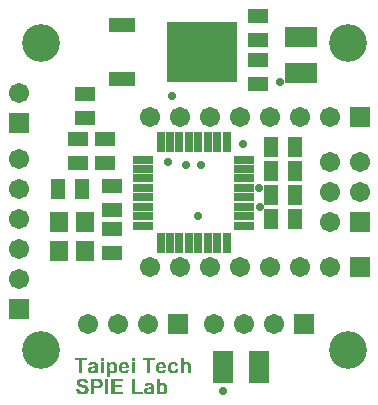
<source format=gts>
G04*
G04 #@! TF.GenerationSoftware,Altium Limited,Altium Designer,19.1.8 (144)*
G04*
G04 Layer_Color=8388736*
%FSLAX25Y25*%
%MOIN*%
G70*
G01*
G75*
%ADD26R,0.06312X0.07099*%
%ADD27R,0.06706X0.11036*%
%ADD28R,0.11036X0.06706*%
%ADD29R,0.06800X0.04800*%
%ADD30R,0.09068X0.04737*%
%ADD31R,0.23832X0.20091*%
%ADD32R,0.06706X0.03162*%
%ADD33R,0.03162X0.06706*%
%ADD34R,0.04800X0.06800*%
%ADD35C,0.06706*%
%ADD36R,0.06706X0.06706*%
%ADD37R,0.06706X0.06706*%
%ADD38C,0.02769*%
%ADD39C,0.12611*%
G36*
X49017Y14214D02*
X48037D01*
Y15121D01*
X49017D01*
Y14214D01*
D02*
G37*
G36*
X38683D02*
X37702D01*
Y15121D01*
X38683D01*
Y14214D01*
D02*
G37*
G36*
X41795Y13789D02*
X41839Y13785D01*
X41895Y13778D01*
X41961Y13767D01*
X42031Y13752D01*
X42113Y13730D01*
X42198Y13704D01*
X42283Y13670D01*
X42375Y13630D01*
X42468Y13578D01*
X42560Y13522D01*
X42653Y13452D01*
X42746Y13374D01*
X42831Y13286D01*
X42834Y13278D01*
X42849Y13263D01*
X42871Y13234D01*
X42901Y13193D01*
X42934Y13141D01*
X42975Y13078D01*
X43016Y13004D01*
X43056Y12919D01*
X43097Y12823D01*
X43138Y12720D01*
X43178Y12601D01*
X43212Y12475D01*
X43241Y12338D01*
X43264Y12194D01*
X43278Y12039D01*
X43282Y11872D01*
Y11868D01*
Y11861D01*
Y11850D01*
Y11831D01*
Y11809D01*
X43278Y11783D01*
Y11754D01*
X43275Y11721D01*
X43267Y11643D01*
X43260Y11550D01*
X43245Y11450D01*
X43227Y11343D01*
X43201Y11228D01*
X43171Y11114D01*
X43134Y10992D01*
X43090Y10873D01*
X43038Y10755D01*
X42979Y10640D01*
X42908Y10529D01*
X42827Y10429D01*
X42823Y10422D01*
X42805Y10407D01*
X42783Y10381D01*
X42746Y10348D01*
X42701Y10311D01*
X42649Y10266D01*
X42586Y10218D01*
X42520Y10174D01*
X42442Y10126D01*
X42357Y10078D01*
X42268Y10033D01*
X42168Y9996D01*
X42068Y9963D01*
X41957Y9937D01*
X41843Y9922D01*
X41724Y9915D01*
X41695D01*
X41673Y9919D01*
X41643D01*
X41613Y9922D01*
X41576Y9926D01*
X41539Y9930D01*
X41451Y9945D01*
X41354Y9967D01*
X41258Y9996D01*
X41162Y10037D01*
X41158D01*
X41151Y10044D01*
X41136Y10052D01*
X41118Y10059D01*
X41095Y10074D01*
X41069Y10092D01*
X41040Y10111D01*
X41003Y10137D01*
X40925Y10192D01*
X40884Y10226D01*
X40836Y10266D01*
X40792Y10307D01*
X40740Y10351D01*
X40692Y10403D01*
X40640Y10455D01*
Y8590D01*
X39660D01*
Y13711D01*
X40574D01*
Y13163D01*
X40577Y13167D01*
X40581Y13175D01*
X40592Y13189D01*
X40607Y13212D01*
X40625Y13234D01*
X40648Y13263D01*
X40670Y13293D01*
X40699Y13326D01*
X40770Y13397D01*
X40851Y13474D01*
X40947Y13548D01*
X41055Y13619D01*
X41058Y13622D01*
X41069Y13626D01*
X41084Y13633D01*
X41106Y13645D01*
X41136Y13659D01*
X41169Y13674D01*
X41210Y13689D01*
X41254Y13707D01*
X41302Y13722D01*
X41354Y13737D01*
X41469Y13767D01*
X41595Y13785D01*
X41661Y13792D01*
X41761D01*
X41795Y13789D01*
D02*
G37*
G36*
X62048D02*
X62108Y13785D01*
X62174Y13778D01*
X62248Y13767D01*
X62326Y13756D01*
X62411Y13741D01*
X62496Y13722D01*
X62589Y13696D01*
X62677Y13667D01*
X62766Y13633D01*
X62855Y13593D01*
X62936Y13548D01*
X63014Y13497D01*
X63018Y13493D01*
X63033Y13482D01*
X63051Y13467D01*
X63081Y13441D01*
X63114Y13411D01*
X63151Y13374D01*
X63192Y13326D01*
X63236Y13274D01*
X63284Y13219D01*
X63332Y13152D01*
X63380Y13078D01*
X63425Y12997D01*
X63473Y12912D01*
X63517Y12819D01*
X63554Y12716D01*
X63591Y12608D01*
X62626Y12435D01*
Y12438D01*
X62622Y12446D01*
X62618Y12461D01*
X62615Y12483D01*
X62607Y12505D01*
X62600Y12535D01*
X62577Y12597D01*
X62548Y12668D01*
X62507Y12742D01*
X62459Y12808D01*
X62400Y12871D01*
X62396D01*
X62392Y12879D01*
X62381Y12886D01*
X62370Y12893D01*
X62330Y12919D01*
X62278Y12945D01*
X62215Y12971D01*
X62137Y12997D01*
X62048Y13012D01*
X61952Y13019D01*
X61915D01*
X61889Y13015D01*
X61860Y13012D01*
X61823Y13004D01*
X61782Y12997D01*
X61741Y12986D01*
X61693Y12975D01*
X61645Y12956D01*
X61597Y12938D01*
X61549Y12912D01*
X61501Y12882D01*
X61453Y12849D01*
X61408Y12808D01*
X61364Y12764D01*
X61360Y12760D01*
X61353Y12753D01*
X61345Y12738D01*
X61331Y12716D01*
X61312Y12686D01*
X61294Y12653D01*
X61275Y12612D01*
X61257Y12564D01*
X61234Y12509D01*
X61216Y12446D01*
X61197Y12375D01*
X61179Y12301D01*
X61164Y12216D01*
X61157Y12124D01*
X61149Y12024D01*
X61146Y11917D01*
Y11909D01*
Y11887D01*
Y11854D01*
X61149Y11809D01*
X61153Y11754D01*
X61157Y11695D01*
X61164Y11624D01*
X61175Y11554D01*
X61201Y11399D01*
X61220Y11321D01*
X61238Y11247D01*
X61264Y11173D01*
X61294Y11103D01*
X61327Y11040D01*
X61368Y10984D01*
X61371Y10981D01*
X61379Y10973D01*
X61390Y10958D01*
X61408Y10943D01*
X61431Y10921D01*
X61456Y10899D01*
X61490Y10873D01*
X61527Y10851D01*
X61567Y10825D01*
X61612Y10799D01*
X61660Y10777D01*
X61712Y10755D01*
X61771Y10740D01*
X61830Y10725D01*
X61897Y10718D01*
X61963Y10714D01*
X61989D01*
X62011Y10718D01*
X62034D01*
X62059Y10722D01*
X62126Y10733D01*
X62196Y10755D01*
X62274Y10781D01*
X62348Y10821D01*
X62385Y10844D01*
X62418Y10873D01*
X62422Y10877D01*
X62426Y10881D01*
X62437Y10892D01*
X62448Y10903D01*
X62463Y10921D01*
X62481Y10943D01*
X62500Y10969D01*
X62518Y11003D01*
X62541Y11036D01*
X62559Y11077D01*
X62581Y11121D01*
X62603Y11173D01*
X62622Y11225D01*
X62640Y11288D01*
X62659Y11350D01*
X62674Y11421D01*
X63639Y11258D01*
Y11251D01*
X63632Y11228D01*
X63621Y11195D01*
X63610Y11147D01*
X63591Y11091D01*
X63569Y11029D01*
X63543Y10958D01*
X63510Y10884D01*
X63473Y10803D01*
X63432Y10722D01*
X63384Y10636D01*
X63332Y10551D01*
X63273Y10470D01*
X63210Y10392D01*
X63140Y10318D01*
X63062Y10252D01*
X63059Y10248D01*
X63044Y10237D01*
X63018Y10222D01*
X62985Y10200D01*
X62940Y10174D01*
X62888Y10144D01*
X62829Y10115D01*
X62759Y10085D01*
X62681Y10052D01*
X62596Y10022D01*
X62503Y9993D01*
X62400Y9967D01*
X62293Y9945D01*
X62174Y9930D01*
X62048Y9919D01*
X61919Y9915D01*
X61882D01*
X61863Y9919D01*
X61841D01*
X61786Y9922D01*
X61715Y9930D01*
X61638Y9941D01*
X61549Y9959D01*
X61453Y9978D01*
X61349Y10007D01*
X61246Y10041D01*
X61134Y10081D01*
X61027Y10130D01*
X60920Y10189D01*
X60816Y10255D01*
X60716Y10337D01*
X60620Y10425D01*
X60616Y10433D01*
X60598Y10448D01*
X60576Y10477D01*
X60546Y10522D01*
X60509Y10573D01*
X60469Y10636D01*
X60424Y10710D01*
X60380Y10796D01*
X60335Y10892D01*
X60291Y10999D01*
X60250Y11117D01*
X60213Y11243D01*
X60184Y11380D01*
X60161Y11528D01*
X60143Y11683D01*
X60139Y11850D01*
Y11854D01*
Y11861D01*
Y11872D01*
Y11891D01*
X60143Y11913D01*
Y11939D01*
Y11968D01*
X60147Y12002D01*
X60154Y12079D01*
X60165Y12168D01*
X60180Y12264D01*
X60198Y12372D01*
X60224Y12486D01*
X60258Y12601D01*
X60298Y12720D01*
X60343Y12842D01*
X60398Y12956D01*
X60465Y13071D01*
X60539Y13178D01*
X60624Y13278D01*
X60631Y13286D01*
X60646Y13300D01*
X60676Y13326D01*
X60713Y13360D01*
X60761Y13397D01*
X60820Y13441D01*
X60890Y13489D01*
X60972Y13537D01*
X61061Y13582D01*
X61157Y13630D01*
X61264Y13674D01*
X61382Y13711D01*
X61508Y13744D01*
X61641Y13770D01*
X61786Y13785D01*
X61937Y13792D01*
X62004D01*
X62048Y13789D01*
D02*
G37*
G36*
X65312Y13234D02*
X65319Y13241D01*
X65334Y13260D01*
X65360Y13286D01*
X65397Y13323D01*
X65441Y13363D01*
X65497Y13411D01*
X65560Y13460D01*
X65630Y13515D01*
X65711Y13567D01*
X65797Y13615D01*
X65893Y13663D01*
X65993Y13704D01*
X66096Y13741D01*
X66207Y13770D01*
X66326Y13785D01*
X66448Y13792D01*
X66503D01*
X66533Y13789D01*
X66570Y13785D01*
X66607Y13781D01*
X66651Y13778D01*
X66744Y13763D01*
X66847Y13741D01*
X66951Y13707D01*
X67054Y13667D01*
X67058D01*
X67066Y13659D01*
X67080Y13656D01*
X67099Y13645D01*
X67121Y13633D01*
X67147Y13615D01*
X67210Y13578D01*
X67277Y13533D01*
X67343Y13478D01*
X67410Y13415D01*
X67465Y13345D01*
Y13341D01*
X67473Y13337D01*
X67480Y13326D01*
X67487Y13311D01*
X67498Y13293D01*
X67513Y13271D01*
X67543Y13215D01*
X67572Y13152D01*
X67606Y13078D01*
X67635Y12997D01*
X67658Y12908D01*
Y12904D01*
X67661Y12897D01*
Y12882D01*
X67665Y12864D01*
X67669Y12838D01*
X67672Y12808D01*
X67680Y12771D01*
X67684Y12727D01*
X67687Y12679D01*
X67695Y12627D01*
X67698Y12564D01*
X67702Y12501D01*
X67706Y12427D01*
Y12349D01*
X67709Y12264D01*
Y12176D01*
Y10000D01*
X66729D01*
Y11957D01*
Y11965D01*
Y11983D01*
Y12013D01*
Y12050D01*
Y12098D01*
X66725Y12150D01*
Y12209D01*
X66721Y12268D01*
X66714Y12394D01*
X66710Y12457D01*
X66703Y12516D01*
X66696Y12572D01*
X66688Y12620D01*
X66681Y12664D01*
X66670Y12697D01*
X66666Y12705D01*
X66659Y12723D01*
X66644Y12753D01*
X66625Y12786D01*
X66599Y12827D01*
X66562Y12867D01*
X66522Y12908D01*
X66474Y12945D01*
X66466Y12949D01*
X66448Y12960D01*
X66418Y12975D01*
X66377Y12993D01*
X66326Y13012D01*
X66266Y13027D01*
X66196Y13038D01*
X66118Y13041D01*
X66078D01*
X66056Y13038D01*
X66030Y13034D01*
X65974Y13027D01*
X65904Y13012D01*
X65830Y12990D01*
X65756Y12960D01*
X65682Y12919D01*
X65678D01*
X65674Y12916D01*
X65652Y12897D01*
X65615Y12867D01*
X65575Y12831D01*
X65530Y12779D01*
X65482Y12720D01*
X65438Y12645D01*
X65401Y12560D01*
Y12557D01*
X65397Y12549D01*
X65393Y12535D01*
X65386Y12516D01*
X65378Y12490D01*
X65371Y12461D01*
X65364Y12423D01*
X65356Y12383D01*
X65349Y12338D01*
X65341Y12287D01*
X65334Y12227D01*
X65327Y12165D01*
X65319Y12094D01*
X65316Y12020D01*
X65312Y11942D01*
Y11857D01*
Y10000D01*
X64331D01*
Y15121D01*
X65312D01*
Y13234D01*
D02*
G37*
G36*
X55725Y14255D02*
X54208D01*
Y10000D01*
X53176D01*
Y14255D01*
X51655D01*
Y15121D01*
X55725D01*
Y14255D01*
D02*
G37*
G36*
X49017Y10000D02*
X48037D01*
Y13711D01*
X49017D01*
Y10000D01*
D02*
G37*
G36*
X38683D02*
X37702D01*
Y13711D01*
X38683D01*
Y10000D01*
D02*
G37*
G36*
X35283Y13789D02*
X35338D01*
X35401Y13785D01*
X35471Y13781D01*
X35545Y13774D01*
X35623Y13767D01*
X35704Y13756D01*
X35867Y13726D01*
X35945Y13711D01*
X36023Y13689D01*
X36093Y13663D01*
X36156Y13637D01*
X36160D01*
X36171Y13630D01*
X36185Y13622D01*
X36208Y13608D01*
X36233Y13593D01*
X36263Y13574D01*
X36333Y13530D01*
X36407Y13471D01*
X36481Y13404D01*
X36552Y13326D01*
X36581Y13286D01*
X36607Y13241D01*
Y13238D01*
X36615Y13230D01*
X36618Y13215D01*
X36629Y13193D01*
X36637Y13167D01*
X36648Y13130D01*
X36663Y13090D01*
X36674Y13041D01*
X36685Y12986D01*
X36700Y12919D01*
X36711Y12849D01*
X36718Y12768D01*
X36729Y12679D01*
X36733Y12583D01*
X36740Y12475D01*
Y12361D01*
X36726Y11217D01*
Y11214D01*
Y11195D01*
Y11169D01*
Y11136D01*
Y11095D01*
X36729Y11051D01*
Y10999D01*
X36733Y10943D01*
X36737Y10825D01*
X36744Y10707D01*
X36748Y10648D01*
X36755Y10592D01*
X36763Y10544D01*
X36770Y10496D01*
Y10492D01*
X36774Y10485D01*
Y10474D01*
X36781Y10455D01*
X36785Y10433D01*
X36792Y10407D01*
X36811Y10348D01*
X36833Y10274D01*
X36866Y10189D01*
X36903Y10096D01*
X36948Y10000D01*
X35978D01*
Y10004D01*
X35971Y10018D01*
X35963Y10041D01*
X35952Y10074D01*
X35938Y10115D01*
X35919Y10163D01*
X35901Y10222D01*
X35882Y10289D01*
Y10292D01*
X35878Y10303D01*
X35875Y10318D01*
X35867Y10337D01*
X35856Y10374D01*
X35852Y10389D01*
X35849Y10403D01*
X35845Y10400D01*
X35838Y10392D01*
X35823Y10381D01*
X35804Y10363D01*
X35782Y10344D01*
X35752Y10318D01*
X35723Y10292D01*
X35686Y10266D01*
X35608Y10207D01*
X35516Y10144D01*
X35416Y10089D01*
X35309Y10037D01*
X35305D01*
X35297Y10033D01*
X35279Y10026D01*
X35260Y10018D01*
X35231Y10007D01*
X35201Y10000D01*
X35164Y9989D01*
X35127Y9978D01*
X35083Y9963D01*
X35035Y9952D01*
X34931Y9933D01*
X34816Y9919D01*
X34698Y9915D01*
X34672D01*
X34642Y9919D01*
X34602D01*
X34554Y9926D01*
X34498Y9930D01*
X34439Y9941D01*
X34369Y9956D01*
X34298Y9970D01*
X34224Y9993D01*
X34150Y10015D01*
X34076Y10044D01*
X34002Y10081D01*
X33928Y10122D01*
X33858Y10170D01*
X33795Y10226D01*
X33792Y10229D01*
X33780Y10240D01*
X33766Y10259D01*
X33743Y10281D01*
X33718Y10311D01*
X33692Y10348D01*
X33662Y10392D01*
X33632Y10440D01*
X33599Y10496D01*
X33569Y10555D01*
X33544Y10618D01*
X33518Y10688D01*
X33496Y10762D01*
X33481Y10840D01*
X33470Y10925D01*
X33466Y11010D01*
Y11014D01*
Y11025D01*
Y11040D01*
X33470Y11062D01*
Y11091D01*
X33473Y11121D01*
X33477Y11158D01*
X33484Y11199D01*
X33503Y11284D01*
X33529Y11380D01*
X33566Y11476D01*
X33614Y11569D01*
X33618Y11573D01*
X33621Y11580D01*
X33629Y11591D01*
X33643Y11609D01*
X33677Y11654D01*
X33725Y11709D01*
X33784Y11769D01*
X33854Y11831D01*
X33939Y11894D01*
X34036Y11946D01*
X34039D01*
X34047Y11954D01*
X34065Y11961D01*
X34087Y11968D01*
X34113Y11980D01*
X34147Y11994D01*
X34187Y12009D01*
X34236Y12024D01*
X34287Y12042D01*
X34347Y12061D01*
X34409Y12079D01*
X34480Y12098D01*
X34554Y12120D01*
X34635Y12139D01*
X34724Y12157D01*
X34816Y12176D01*
X34824D01*
X34846Y12183D01*
X34883Y12187D01*
X34927Y12198D01*
X34983Y12209D01*
X35050Y12224D01*
X35120Y12239D01*
X35194Y12253D01*
X35353Y12294D01*
X35508Y12335D01*
X35582Y12353D01*
X35653Y12375D01*
X35715Y12398D01*
X35771Y12420D01*
Y12516D01*
Y12520D01*
Y12527D01*
Y12542D01*
X35767Y12560D01*
Y12586D01*
X35764Y12612D01*
X35752Y12671D01*
X35738Y12738D01*
X35712Y12805D01*
X35678Y12867D01*
X35656Y12893D01*
X35630Y12919D01*
X35623Y12923D01*
X35616Y12930D01*
X35601Y12938D01*
X35586Y12949D01*
X35564Y12956D01*
X35542Y12967D01*
X35512Y12982D01*
X35479Y12993D01*
X35438Y13004D01*
X35397Y13012D01*
X35349Y13023D01*
X35294Y13030D01*
X35234Y13038D01*
X35172Y13041D01*
X35057D01*
X35035Y13038D01*
X35009D01*
X34953Y13030D01*
X34887Y13015D01*
X34816Y12997D01*
X34750Y12971D01*
X34691Y12938D01*
X34683Y12934D01*
X34668Y12919D01*
X34639Y12890D01*
X34609Y12853D01*
X34572Y12805D01*
X34532Y12742D01*
X34495Y12664D01*
X34457Y12575D01*
X33566Y12734D01*
X33569Y12742D01*
X33573Y12756D01*
X33581Y12786D01*
X33595Y12823D01*
X33610Y12867D01*
X33632Y12919D01*
X33658Y12975D01*
X33684Y13034D01*
X33718Y13101D01*
X33758Y13163D01*
X33799Y13230D01*
X33847Y13297D01*
X33895Y13360D01*
X33954Y13422D01*
X34014Y13478D01*
X34080Y13530D01*
X34084Y13533D01*
X34099Y13541D01*
X34121Y13556D01*
X34150Y13570D01*
X34187Y13589D01*
X34236Y13611D01*
X34291Y13637D01*
X34358Y13663D01*
X34428Y13685D01*
X34509Y13711D01*
X34602Y13733D01*
X34698Y13752D01*
X34805Y13767D01*
X34920Y13781D01*
X35042Y13789D01*
X35175Y13792D01*
X35238D01*
X35283Y13789D01*
D02*
G37*
G36*
X33070Y14255D02*
X31553D01*
Y10000D01*
X30521D01*
Y14255D01*
X29000D01*
Y15121D01*
X33070D01*
Y14255D01*
D02*
G37*
G36*
X57849Y13789D02*
X57871D01*
X57930Y13785D01*
X58001Y13778D01*
X58078Y13763D01*
X58171Y13748D01*
X58267Y13726D01*
X58367Y13696D01*
X58474Y13659D01*
X58582Y13615D01*
X58693Y13563D01*
X58800Y13500D01*
X58903Y13426D01*
X59003Y13341D01*
X59096Y13245D01*
X59100Y13238D01*
X59118Y13219D01*
X59140Y13186D01*
X59170Y13141D01*
X59207Y13082D01*
X59247Y13012D01*
X59288Y12927D01*
X59333Y12831D01*
X59377Y12720D01*
X59421Y12594D01*
X59458Y12457D01*
X59495Y12305D01*
X59521Y12142D01*
X59544Y11965D01*
X59555Y11772D01*
X59558Y11569D01*
X57098D01*
Y11565D01*
Y11550D01*
X57102Y11528D01*
Y11498D01*
X57105Y11462D01*
X57113Y11417D01*
X57120Y11373D01*
X57131Y11321D01*
X57157Y11210D01*
X57175Y11154D01*
X57198Y11099D01*
X57227Y11043D01*
X57257Y10988D01*
X57290Y10936D01*
X57331Y10888D01*
X57335Y10884D01*
X57342Y10877D01*
X57353Y10866D01*
X57372Y10851D01*
X57394Y10832D01*
X57423Y10810D01*
X57453Y10792D01*
X57490Y10770D01*
X57527Y10744D01*
X57571Y10725D01*
X57668Y10684D01*
X57723Y10670D01*
X57779Y10659D01*
X57838Y10651D01*
X57901Y10648D01*
X57923D01*
X57941Y10651D01*
X57982Y10655D01*
X58038Y10662D01*
X58097Y10677D01*
X58163Y10699D01*
X58226Y10729D01*
X58289Y10770D01*
X58293D01*
X58297Y10777D01*
X58315Y10796D01*
X58345Y10825D01*
X58378Y10870D01*
X58419Y10925D01*
X58459Y10995D01*
X58496Y11077D01*
X58530Y11177D01*
X59506Y11014D01*
X59503Y11006D01*
X59499Y10992D01*
X59488Y10962D01*
X59469Y10925D01*
X59451Y10881D01*
X59425Y10829D01*
X59395Y10770D01*
X59359Y10710D01*
X59321Y10644D01*
X59277Y10577D01*
X59225Y10507D01*
X59174Y10440D01*
X59114Y10374D01*
X59051Y10307D01*
X58981Y10248D01*
X58907Y10192D01*
X58903Y10189D01*
X58889Y10181D01*
X58866Y10166D01*
X58833Y10148D01*
X58792Y10130D01*
X58748Y10104D01*
X58689Y10081D01*
X58626Y10056D01*
X58556Y10030D01*
X58482Y10004D01*
X58397Y9978D01*
X58308Y9959D01*
X58211Y9941D01*
X58108Y9926D01*
X58001Y9919D01*
X57890Y9915D01*
X57849D01*
X57823Y9919D01*
X57797D01*
X57767Y9922D01*
X57731Y9926D01*
X57649Y9933D01*
X57560Y9948D01*
X57457Y9967D01*
X57346Y9993D01*
X57231Y10026D01*
X57113Y10070D01*
X56994Y10118D01*
X56876Y10181D01*
X56761Y10252D01*
X56654Y10337D01*
X56550Y10433D01*
X56458Y10544D01*
X56454Y10551D01*
X56443Y10566D01*
X56424Y10596D01*
X56402Y10636D01*
X56373Y10684D01*
X56343Y10744D01*
X56310Y10814D01*
X56276Y10895D01*
X56239Y10984D01*
X56206Y11080D01*
X56177Y11184D01*
X56151Y11299D01*
X56125Y11417D01*
X56106Y11547D01*
X56095Y11683D01*
X56091Y11824D01*
Y11828D01*
Y11835D01*
Y11846D01*
Y11865D01*
X56095Y11887D01*
Y11913D01*
Y11942D01*
X56099Y11976D01*
X56106Y12054D01*
X56117Y12142D01*
X56132Y12242D01*
X56151Y12349D01*
X56177Y12464D01*
X56210Y12583D01*
X56247Y12701D01*
X56295Y12823D01*
X56350Y12942D01*
X56413Y13056D01*
X56487Y13163D01*
X56572Y13267D01*
X56580Y13274D01*
X56595Y13289D01*
X56621Y13315D01*
X56657Y13349D01*
X56706Y13389D01*
X56765Y13434D01*
X56831Y13482D01*
X56905Y13530D01*
X56990Y13578D01*
X57083Y13626D01*
X57183Y13670D01*
X57290Y13711D01*
X57405Y13744D01*
X57527Y13770D01*
X57657Y13785D01*
X57793Y13792D01*
X57830D01*
X57849Y13789D01*
D02*
G37*
G36*
X45528D02*
X45550D01*
X45609Y13785D01*
X45680Y13778D01*
X45757Y13763D01*
X45850Y13748D01*
X45946Y13726D01*
X46046Y13696D01*
X46153Y13659D01*
X46260Y13615D01*
X46371Y13563D01*
X46479Y13500D01*
X46582Y13426D01*
X46682Y13341D01*
X46775Y13245D01*
X46779Y13238D01*
X46797Y13219D01*
X46819Y13186D01*
X46849Y13141D01*
X46886Y13082D01*
X46927Y13012D01*
X46967Y12927D01*
X47012Y12831D01*
X47056Y12720D01*
X47100Y12594D01*
X47137Y12457D01*
X47174Y12305D01*
X47200Y12142D01*
X47223Y11965D01*
X47234Y11772D01*
X47237Y11569D01*
X44777D01*
Y11565D01*
Y11550D01*
X44780Y11528D01*
Y11498D01*
X44784Y11462D01*
X44792Y11417D01*
X44799Y11373D01*
X44810Y11321D01*
X44836Y11210D01*
X44855Y11154D01*
X44877Y11099D01*
X44906Y11043D01*
X44936Y10988D01*
X44969Y10936D01*
X45010Y10888D01*
X45014Y10884D01*
X45021Y10877D01*
X45032Y10866D01*
X45051Y10851D01*
X45073Y10832D01*
X45102Y10810D01*
X45132Y10792D01*
X45169Y10770D01*
X45206Y10744D01*
X45250Y10725D01*
X45347Y10684D01*
X45402Y10670D01*
X45458Y10659D01*
X45517Y10651D01*
X45580Y10648D01*
X45602D01*
X45620Y10651D01*
X45661Y10655D01*
X45717Y10662D01*
X45776Y10677D01*
X45842Y10699D01*
X45905Y10729D01*
X45968Y10770D01*
X45972D01*
X45976Y10777D01*
X45994Y10796D01*
X46024Y10825D01*
X46057Y10870D01*
X46098Y10925D01*
X46138Y10995D01*
X46175Y11077D01*
X46209Y11177D01*
X47186Y11014D01*
X47182Y11006D01*
X47178Y10992D01*
X47167Y10962D01*
X47148Y10925D01*
X47130Y10881D01*
X47104Y10829D01*
X47074Y10770D01*
X47038Y10710D01*
X47001Y10644D01*
X46956Y10577D01*
X46904Y10507D01*
X46852Y10440D01*
X46793Y10374D01*
X46730Y10307D01*
X46660Y10248D01*
X46586Y10192D01*
X46582Y10189D01*
X46568Y10181D01*
X46545Y10166D01*
X46512Y10148D01*
X46471Y10130D01*
X46427Y10104D01*
X46368Y10081D01*
X46305Y10056D01*
X46235Y10030D01*
X46161Y10004D01*
X46075Y9978D01*
X45987Y9959D01*
X45891Y9941D01*
X45787Y9926D01*
X45680Y9919D01*
X45569Y9915D01*
X45528D01*
X45502Y9919D01*
X45476D01*
X45447Y9922D01*
X45410Y9926D01*
X45328Y9933D01*
X45239Y9948D01*
X45136Y9967D01*
X45025Y9993D01*
X44910Y10026D01*
X44792Y10070D01*
X44673Y10118D01*
X44555Y10181D01*
X44440Y10252D01*
X44333Y10337D01*
X44229Y10433D01*
X44137Y10544D01*
X44133Y10551D01*
X44122Y10566D01*
X44103Y10596D01*
X44081Y10636D01*
X44052Y10684D01*
X44022Y10744D01*
X43989Y10814D01*
X43955Y10895D01*
X43918Y10984D01*
X43885Y11080D01*
X43856Y11184D01*
X43830Y11299D01*
X43804Y11417D01*
X43785Y11547D01*
X43774Y11683D01*
X43770Y11824D01*
Y11828D01*
Y11835D01*
Y11846D01*
Y11865D01*
X43774Y11887D01*
Y11913D01*
Y11942D01*
X43778Y11976D01*
X43785Y12054D01*
X43796Y12142D01*
X43811Y12242D01*
X43830Y12349D01*
X43856Y12464D01*
X43889Y12583D01*
X43926Y12701D01*
X43974Y12823D01*
X44029Y12942D01*
X44092Y13056D01*
X44166Y13163D01*
X44251Y13267D01*
X44259Y13274D01*
X44274Y13289D01*
X44300Y13315D01*
X44337Y13349D01*
X44385Y13389D01*
X44444Y13434D01*
X44510Y13482D01*
X44584Y13530D01*
X44669Y13578D01*
X44762Y13626D01*
X44862Y13670D01*
X44969Y13711D01*
X45084Y13744D01*
X45206Y13770D01*
X45336Y13785D01*
X45472Y13792D01*
X45509D01*
X45528Y13789D01*
D02*
G37*
G36*
X31642Y8202D02*
X31672D01*
X31709Y8198D01*
X31790Y8195D01*
X31883Y8184D01*
X31983Y8169D01*
X32094Y8154D01*
X32208Y8132D01*
X32327Y8102D01*
X32449Y8069D01*
X32571Y8028D01*
X32686Y7976D01*
X32800Y7921D01*
X32904Y7854D01*
X33000Y7780D01*
X33008Y7777D01*
X33022Y7762D01*
X33045Y7736D01*
X33078Y7703D01*
X33115Y7662D01*
X33156Y7610D01*
X33200Y7551D01*
X33248Y7481D01*
X33296Y7407D01*
X33341Y7322D01*
X33385Y7229D01*
X33422Y7129D01*
X33459Y7022D01*
X33485Y6907D01*
X33503Y6785D01*
X33514Y6656D01*
X32482Y6611D01*
Y6615D01*
X32478Y6630D01*
X32475Y6648D01*
X32467Y6674D01*
X32460Y6707D01*
X32449Y6744D01*
X32438Y6785D01*
X32423Y6830D01*
X32382Y6922D01*
X32334Y7015D01*
X32271Y7103D01*
X32238Y7144D01*
X32197Y7177D01*
X32194Y7181D01*
X32186Y7185D01*
X32175Y7192D01*
X32157Y7203D01*
X32134Y7218D01*
X32105Y7233D01*
X32072Y7248D01*
X32035Y7266D01*
X31990Y7281D01*
X31942Y7296D01*
X31887Y7310D01*
X31827Y7325D01*
X31764Y7336D01*
X31698Y7344D01*
X31620Y7351D01*
X31498D01*
X31468Y7348D01*
X31431Y7344D01*
X31387Y7340D01*
X31339Y7336D01*
X31283Y7329D01*
X31172Y7307D01*
X31054Y7273D01*
X30995Y7251D01*
X30939Y7225D01*
X30887Y7196D01*
X30836Y7163D01*
X30828Y7159D01*
X30810Y7140D01*
X30784Y7114D01*
X30754Y7077D01*
X30725Y7033D01*
X30699Y6981D01*
X30680Y6918D01*
X30677Y6885D01*
X30673Y6848D01*
Y6844D01*
Y6841D01*
X30677Y6818D01*
X30680Y6785D01*
X30691Y6741D01*
X30710Y6693D01*
X30736Y6641D01*
X30773Y6589D01*
X30825Y6537D01*
X30828D01*
X30836Y6530D01*
X30847Y6522D01*
X30869Y6508D01*
X30895Y6493D01*
X30928Y6474D01*
X30969Y6456D01*
X31017Y6434D01*
X31076Y6408D01*
X31143Y6382D01*
X31220Y6352D01*
X31309Y6323D01*
X31409Y6289D01*
X31517Y6260D01*
X31642Y6226D01*
X31776Y6193D01*
X31779D01*
X31783Y6189D01*
X31794D01*
X31809Y6186D01*
X31846Y6175D01*
X31898Y6163D01*
X31960Y6145D01*
X32035Y6126D01*
X32112Y6104D01*
X32197Y6082D01*
X32286Y6053D01*
X32379Y6027D01*
X32564Y5964D01*
X32652Y5930D01*
X32737Y5893D01*
X32819Y5860D01*
X32889Y5823D01*
X32893Y5819D01*
X32904Y5816D01*
X32923Y5805D01*
X32948Y5790D01*
X32978Y5768D01*
X33015Y5745D01*
X33052Y5720D01*
X33096Y5686D01*
X33141Y5653D01*
X33185Y5612D01*
X33233Y5571D01*
X33281Y5523D01*
X33374Y5420D01*
X33415Y5361D01*
X33455Y5301D01*
X33459Y5298D01*
X33463Y5287D01*
X33474Y5268D01*
X33489Y5242D01*
X33503Y5209D01*
X33522Y5172D01*
X33540Y5127D01*
X33559Y5076D01*
X33577Y5020D01*
X33596Y4957D01*
X33614Y4891D01*
X33629Y4820D01*
X33644Y4743D01*
X33655Y4661D01*
X33659Y4576D01*
X33663Y4487D01*
Y4484D01*
Y4469D01*
Y4443D01*
X33659Y4413D01*
X33655Y4373D01*
X33648Y4328D01*
X33640Y4276D01*
X33633Y4221D01*
X33618Y4158D01*
X33603Y4092D01*
X33581Y4025D01*
X33559Y3955D01*
X33529Y3881D01*
X33496Y3807D01*
X33459Y3736D01*
X33415Y3662D01*
X33411Y3659D01*
X33404Y3647D01*
X33389Y3625D01*
X33370Y3599D01*
X33344Y3570D01*
X33315Y3533D01*
X33278Y3492D01*
X33237Y3448D01*
X33189Y3403D01*
X33137Y3355D01*
X33082Y3307D01*
X33019Y3263D01*
X32952Y3215D01*
X32882Y3170D01*
X32804Y3130D01*
X32723Y3093D01*
X32719Y3089D01*
X32704Y3085D01*
X32678Y3074D01*
X32641Y3063D01*
X32601Y3048D01*
X32549Y3033D01*
X32486Y3018D01*
X32419Y3000D01*
X32342Y2981D01*
X32256Y2967D01*
X32164Y2952D01*
X32068Y2937D01*
X31964Y2926D01*
X31853Y2915D01*
X31735Y2911D01*
X31613Y2908D01*
X31546D01*
X31520Y2911D01*
X31487D01*
X31454Y2915D01*
X31372Y2922D01*
X31276Y2930D01*
X31172Y2944D01*
X31061Y2963D01*
X30943Y2989D01*
X30821Y3018D01*
X30695Y3052D01*
X30573Y3096D01*
X30451Y3148D01*
X30332Y3207D01*
X30222Y3277D01*
X30118Y3355D01*
X30110Y3359D01*
X30096Y3377D01*
X30070Y3403D01*
X30037Y3440D01*
X29996Y3485D01*
X29948Y3544D01*
X29900Y3610D01*
X29848Y3688D01*
X29792Y3773D01*
X29741Y3873D01*
X29689Y3980D01*
X29641Y4095D01*
X29592Y4225D01*
X29555Y4362D01*
X29522Y4510D01*
X29500Y4665D01*
X30506Y4761D01*
Y4754D01*
X30510Y4739D01*
X30518Y4713D01*
X30525Y4680D01*
X30536Y4635D01*
X30551Y4587D01*
X30566Y4535D01*
X30584Y4480D01*
X30636Y4358D01*
X30665Y4295D01*
X30699Y4232D01*
X30736Y4173D01*
X30777Y4117D01*
X30825Y4066D01*
X30873Y4017D01*
X30876Y4014D01*
X30887Y4006D01*
X30902Y3995D01*
X30924Y3980D01*
X30950Y3962D01*
X30987Y3943D01*
X31024Y3921D01*
X31073Y3899D01*
X31121Y3877D01*
X31180Y3855D01*
X31239Y3836D01*
X31306Y3818D01*
X31380Y3803D01*
X31457Y3792D01*
X31539Y3784D01*
X31624Y3781D01*
X31672D01*
X31705Y3784D01*
X31746Y3788D01*
X31794Y3792D01*
X31850Y3799D01*
X31905Y3807D01*
X32027Y3833D01*
X32090Y3851D01*
X32153Y3870D01*
X32212Y3895D01*
X32271Y3921D01*
X32327Y3955D01*
X32375Y3992D01*
X32379Y3995D01*
X32386Y4003D01*
X32397Y4014D01*
X32416Y4029D01*
X32434Y4051D01*
X32456Y4073D01*
X32478Y4103D01*
X32504Y4132D01*
X32549Y4206D01*
X32590Y4288D01*
X32608Y4336D01*
X32619Y4380D01*
X32627Y4432D01*
X32630Y4484D01*
Y4487D01*
Y4491D01*
Y4513D01*
X32627Y4547D01*
X32615Y4591D01*
X32604Y4639D01*
X32586Y4691D01*
X32560Y4743D01*
X32523Y4791D01*
X32519Y4798D01*
X32501Y4813D01*
X32475Y4835D01*
X32438Y4868D01*
X32386Y4902D01*
X32319Y4942D01*
X32242Y4980D01*
X32197Y4998D01*
X32149Y5017D01*
X32146D01*
X32142Y5020D01*
X32127Y5024D01*
X32112Y5028D01*
X32086Y5035D01*
X32057Y5046D01*
X32020Y5057D01*
X31979Y5068D01*
X31927Y5083D01*
X31868Y5098D01*
X31801Y5116D01*
X31724Y5139D01*
X31639Y5161D01*
X31542Y5183D01*
X31435Y5209D01*
X31320Y5238D01*
X31317D01*
X31309Y5242D01*
X31298D01*
X31283Y5250D01*
X31265Y5253D01*
X31243Y5261D01*
X31187Y5275D01*
X31117Y5294D01*
X31039Y5320D01*
X30954Y5350D01*
X30865Y5379D01*
X30769Y5416D01*
X30673Y5453D01*
X30573Y5494D01*
X30481Y5538D01*
X30388Y5586D01*
X30303Y5638D01*
X30225Y5690D01*
X30155Y5745D01*
X30151Y5749D01*
X30136Y5764D01*
X30110Y5790D01*
X30081Y5819D01*
X30048Y5860D01*
X30007Y5912D01*
X29963Y5967D01*
X29922Y6034D01*
X29877Y6104D01*
X29833Y6182D01*
X29792Y6267D01*
X29759Y6356D01*
X29729Y6452D01*
X29704Y6556D01*
X29689Y6663D01*
X29685Y6774D01*
Y6778D01*
Y6792D01*
Y6811D01*
X29689Y6841D01*
X29692Y6874D01*
X29696Y6915D01*
X29704Y6963D01*
X29711Y7015D01*
X29726Y7066D01*
X29737Y7125D01*
X29755Y7185D01*
X29778Y7248D01*
X29803Y7314D01*
X29833Y7377D01*
X29866Y7444D01*
X29903Y7507D01*
X29907Y7510D01*
X29914Y7521D01*
X29926Y7540D01*
X29944Y7562D01*
X29966Y7592D01*
X29996Y7625D01*
X30029Y7658D01*
X30066Y7699D01*
X30110Y7740D01*
X30159Y7784D01*
X30210Y7825D01*
X30266Y7869D01*
X30329Y7910D01*
X30395Y7951D01*
X30466Y7991D01*
X30543Y8025D01*
X30547Y8028D01*
X30562Y8032D01*
X30588Y8043D01*
X30617Y8054D01*
X30658Y8065D01*
X30706Y8084D01*
X30762Y8099D01*
X30825Y8117D01*
X30895Y8132D01*
X30973Y8150D01*
X31054Y8165D01*
X31143Y8176D01*
X31239Y8191D01*
X31339Y8198D01*
X31442Y8202D01*
X31550Y8206D01*
X31616D01*
X31642Y8202D01*
D02*
G37*
G36*
X53964Y6789D02*
X54020D01*
X54083Y6785D01*
X54153Y6781D01*
X54227Y6774D01*
X54305Y6767D01*
X54386Y6756D01*
X54549Y6726D01*
X54627Y6711D01*
X54704Y6689D01*
X54775Y6663D01*
X54838Y6637D01*
X54841D01*
X54852Y6630D01*
X54867Y6622D01*
X54889Y6607D01*
X54915Y6593D01*
X54945Y6574D01*
X55015Y6530D01*
X55089Y6471D01*
X55163Y6404D01*
X55234Y6326D01*
X55263Y6286D01*
X55289Y6241D01*
Y6238D01*
X55296Y6230D01*
X55300Y6215D01*
X55311Y6193D01*
X55319Y6167D01*
X55330Y6130D01*
X55344Y6089D01*
X55356Y6041D01*
X55367Y5986D01*
X55382Y5919D01*
X55393Y5849D01*
X55400Y5768D01*
X55411Y5679D01*
X55415Y5583D01*
X55422Y5475D01*
Y5361D01*
X55407Y4217D01*
Y4214D01*
Y4195D01*
Y4169D01*
Y4136D01*
Y4095D01*
X55411Y4051D01*
Y3999D01*
X55415Y3943D01*
X55418Y3825D01*
X55426Y3707D01*
X55430Y3647D01*
X55437Y3592D01*
X55444Y3544D01*
X55452Y3496D01*
Y3492D01*
X55455Y3485D01*
Y3474D01*
X55463Y3455D01*
X55467Y3433D01*
X55474Y3407D01*
X55493Y3348D01*
X55515Y3274D01*
X55548Y3189D01*
X55585Y3096D01*
X55629Y3000D01*
X54660D01*
Y3004D01*
X54653Y3018D01*
X54645Y3041D01*
X54634Y3074D01*
X54619Y3115D01*
X54601Y3163D01*
X54582Y3222D01*
X54564Y3289D01*
Y3292D01*
X54560Y3303D01*
X54556Y3318D01*
X54549Y3337D01*
X54538Y3374D01*
X54534Y3388D01*
X54531Y3403D01*
X54527Y3400D01*
X54519Y3392D01*
X54505Y3381D01*
X54486Y3363D01*
X54464Y3344D01*
X54434Y3318D01*
X54405Y3292D01*
X54368Y3266D01*
X54290Y3207D01*
X54198Y3144D01*
X54098Y3089D01*
X53990Y3037D01*
X53987D01*
X53979Y3033D01*
X53961Y3026D01*
X53942Y3018D01*
X53913Y3007D01*
X53883Y3000D01*
X53846Y2989D01*
X53809Y2978D01*
X53765Y2963D01*
X53716Y2952D01*
X53613Y2933D01*
X53498Y2919D01*
X53380Y2915D01*
X53354D01*
X53324Y2919D01*
X53284D01*
X53236Y2926D01*
X53180Y2930D01*
X53121Y2941D01*
X53051Y2956D01*
X52980Y2970D01*
X52906Y2993D01*
X52832Y3015D01*
X52758Y3044D01*
X52684Y3081D01*
X52610Y3122D01*
X52540Y3170D01*
X52477Y3226D01*
X52473Y3229D01*
X52462Y3241D01*
X52447Y3259D01*
X52425Y3281D01*
X52399Y3311D01*
X52373Y3348D01*
X52344Y3392D01*
X52314Y3440D01*
X52281Y3496D01*
X52251Y3555D01*
X52225Y3618D01*
X52200Y3688D01*
X52177Y3762D01*
X52162Y3840D01*
X52151Y3925D01*
X52148Y4010D01*
Y4014D01*
Y4025D01*
Y4040D01*
X52151Y4062D01*
Y4092D01*
X52155Y4121D01*
X52159Y4158D01*
X52166Y4199D01*
X52185Y4284D01*
X52211Y4380D01*
X52248Y4476D01*
X52296Y4569D01*
X52299Y4572D01*
X52303Y4580D01*
X52311Y4591D01*
X52325Y4609D01*
X52359Y4654D01*
X52407Y4709D01*
X52466Y4769D01*
X52536Y4831D01*
X52621Y4894D01*
X52718Y4946D01*
X52721D01*
X52729Y4954D01*
X52747Y4961D01*
X52769Y4968D01*
X52795Y4980D01*
X52829Y4994D01*
X52869Y5009D01*
X52917Y5024D01*
X52969Y5042D01*
X53028Y5061D01*
X53091Y5079D01*
X53162Y5098D01*
X53236Y5120D01*
X53317Y5139D01*
X53406Y5157D01*
X53498Y5176D01*
X53506D01*
X53528Y5183D01*
X53565Y5187D01*
X53609Y5198D01*
X53665Y5209D01*
X53731Y5224D01*
X53802Y5238D01*
X53876Y5253D01*
X54035Y5294D01*
X54190Y5335D01*
X54264Y5353D01*
X54334Y5375D01*
X54397Y5398D01*
X54453Y5420D01*
Y5516D01*
Y5520D01*
Y5527D01*
Y5542D01*
X54449Y5560D01*
Y5586D01*
X54445Y5612D01*
X54434Y5671D01*
X54419Y5738D01*
X54394Y5805D01*
X54360Y5867D01*
X54338Y5893D01*
X54312Y5919D01*
X54305Y5923D01*
X54297Y5930D01*
X54283Y5938D01*
X54268Y5949D01*
X54246Y5956D01*
X54223Y5967D01*
X54194Y5982D01*
X54160Y5993D01*
X54120Y6004D01*
X54079Y6012D01*
X54031Y6023D01*
X53975Y6030D01*
X53916Y6038D01*
X53853Y6041D01*
X53739D01*
X53716Y6038D01*
X53691D01*
X53635Y6030D01*
X53569Y6016D01*
X53498Y5997D01*
X53432Y5971D01*
X53372Y5938D01*
X53365Y5934D01*
X53350Y5919D01*
X53321Y5890D01*
X53291Y5853D01*
X53254Y5805D01*
X53213Y5742D01*
X53176Y5664D01*
X53139Y5575D01*
X52248Y5734D01*
X52251Y5742D01*
X52255Y5756D01*
X52262Y5786D01*
X52277Y5823D01*
X52292Y5867D01*
X52314Y5919D01*
X52340Y5975D01*
X52366Y6034D01*
X52399Y6101D01*
X52440Y6163D01*
X52481Y6230D01*
X52529Y6297D01*
X52577Y6360D01*
X52636Y6423D01*
X52695Y6478D01*
X52762Y6530D01*
X52766Y6533D01*
X52780Y6541D01*
X52803Y6556D01*
X52832Y6571D01*
X52869Y6589D01*
X52917Y6611D01*
X52973Y6637D01*
X53039Y6663D01*
X53110Y6685D01*
X53191Y6711D01*
X53284Y6733D01*
X53380Y6752D01*
X53487Y6767D01*
X53602Y6781D01*
X53724Y6789D01*
X53857Y6792D01*
X53920D01*
X53964Y6789D01*
D02*
G37*
G36*
X49103Y3866D02*
X51674D01*
Y3000D01*
X48070D01*
Y8076D01*
X49103D01*
Y3866D01*
D02*
G37*
G36*
X45084Y7255D02*
X42320D01*
Y6119D01*
X44892D01*
Y5253D01*
X42320D01*
Y3866D01*
X45181D01*
Y3000D01*
X41288D01*
Y8121D01*
X45084D01*
Y7255D01*
D02*
G37*
G36*
X40300Y3000D02*
X39268D01*
Y8121D01*
X40300D01*
Y3000D01*
D02*
G37*
G36*
X36415Y8117D02*
X36500D01*
X36593Y8113D01*
X36693Y8110D01*
X36900Y8102D01*
X37004Y8095D01*
X37104Y8088D01*
X37196Y8080D01*
X37281Y8069D01*
X37355Y8058D01*
X37385Y8050D01*
X37414Y8043D01*
X37418D01*
X37433Y8036D01*
X37459Y8028D01*
X37488Y8021D01*
X37525Y8006D01*
X37570Y7988D01*
X37618Y7965D01*
X37673Y7936D01*
X37729Y7906D01*
X37788Y7869D01*
X37847Y7829D01*
X37910Y7784D01*
X37973Y7732D01*
X38036Y7673D01*
X38095Y7610D01*
X38151Y7540D01*
X38154Y7536D01*
X38165Y7521D01*
X38180Y7499D01*
X38199Y7470D01*
X38221Y7433D01*
X38247Y7384D01*
X38273Y7333D01*
X38302Y7270D01*
X38328Y7203D01*
X38354Y7129D01*
X38380Y7048D01*
X38402Y6959D01*
X38424Y6863D01*
X38439Y6763D01*
X38447Y6656D01*
X38450Y6545D01*
Y6541D01*
Y6522D01*
Y6500D01*
X38447Y6467D01*
Y6426D01*
X38443Y6378D01*
X38436Y6326D01*
X38428Y6267D01*
X38421Y6208D01*
X38410Y6141D01*
X38376Y6008D01*
X38336Y5875D01*
X38306Y5812D01*
X38276Y5749D01*
X38273Y5745D01*
X38269Y5734D01*
X38258Y5720D01*
X38247Y5697D01*
X38228Y5671D01*
X38210Y5638D01*
X38158Y5568D01*
X38095Y5486D01*
X38021Y5401D01*
X37936Y5320D01*
X37843Y5246D01*
X37840Y5242D01*
X37832Y5238D01*
X37818Y5227D01*
X37799Y5216D01*
X37773Y5201D01*
X37747Y5183D01*
X37714Y5164D01*
X37677Y5146D01*
X37596Y5105D01*
X37507Y5065D01*
X37411Y5028D01*
X37307Y5002D01*
X37303D01*
X37288Y4998D01*
X37270Y4994D01*
X37237Y4991D01*
X37200Y4987D01*
X37152Y4980D01*
X37100Y4972D01*
X37033Y4968D01*
X36963Y4961D01*
X36885Y4954D01*
X36796Y4946D01*
X36700Y4942D01*
X36597Y4939D01*
X36486Y4935D01*
X36364Y4931D01*
X35564D01*
Y3000D01*
X34532D01*
Y8121D01*
X36338D01*
X36415Y8117D01*
D02*
G37*
G36*
X57320Y6274D02*
X57324Y6282D01*
X57342Y6297D01*
X57365Y6323D01*
X57402Y6356D01*
X57442Y6397D01*
X57494Y6437D01*
X57557Y6485D01*
X57624Y6533D01*
X57698Y6582D01*
X57779Y6630D01*
X57868Y6674D01*
X57964Y6711D01*
X58064Y6744D01*
X58168Y6770D01*
X58279Y6785D01*
X58393Y6792D01*
X58423D01*
X58460Y6789D01*
X58508Y6785D01*
X58564Y6778D01*
X58634Y6767D01*
X58708Y6752D01*
X58789Y6730D01*
X58878Y6704D01*
X58967Y6674D01*
X59059Y6633D01*
X59155Y6585D01*
X59248Y6530D01*
X59344Y6463D01*
X59433Y6385D01*
X59518Y6300D01*
X59522Y6293D01*
X59537Y6278D01*
X59559Y6249D01*
X59588Y6208D01*
X59622Y6160D01*
X59659Y6097D01*
X59699Y6023D01*
X59740Y5942D01*
X59781Y5845D01*
X59821Y5742D01*
X59859Y5623D01*
X59892Y5497D01*
X59921Y5361D01*
X59944Y5216D01*
X59958Y5057D01*
X59962Y4891D01*
Y4887D01*
Y4880D01*
Y4868D01*
Y4850D01*
Y4828D01*
X59958Y4798D01*
Y4769D01*
X59955Y4735D01*
X59947Y4654D01*
X59940Y4561D01*
X59925Y4462D01*
X59907Y4351D01*
X59881Y4236D01*
X59851Y4114D01*
X59814Y3992D01*
X59770Y3873D01*
X59718Y3751D01*
X59659Y3636D01*
X59588Y3525D01*
X59507Y3426D01*
X59503Y3418D01*
X59485Y3403D01*
X59463Y3377D01*
X59426Y3344D01*
X59381Y3307D01*
X59329Y3263D01*
X59270Y3218D01*
X59200Y3170D01*
X59126Y3122D01*
X59041Y3078D01*
X58948Y3033D01*
X58852Y2996D01*
X58749Y2963D01*
X58641Y2937D01*
X58526Y2922D01*
X58408Y2915D01*
X58378D01*
X58353Y2919D01*
X58327D01*
X58290Y2922D01*
X58253Y2930D01*
X58212Y2933D01*
X58116Y2956D01*
X58008Y2981D01*
X57894Y3022D01*
X57838Y3044D01*
X57779Y3074D01*
X57775Y3078D01*
X57764Y3081D01*
X57749Y3093D01*
X57727Y3104D01*
X57701Y3122D01*
X57672Y3141D01*
X57635Y3167D01*
X57598Y3192D01*
X57516Y3259D01*
X57428Y3340D01*
X57335Y3433D01*
X57250Y3544D01*
Y3000D01*
X56340D01*
Y8121D01*
X57320D01*
Y6274D01*
D02*
G37*
%LPC*%
G36*
X41462Y13015D02*
X41428D01*
X41402Y13012D01*
X41373Y13008D01*
X41336Y13001D01*
X41295Y12993D01*
X41251Y12982D01*
X41206Y12967D01*
X41158Y12945D01*
X41106Y12923D01*
X41058Y12897D01*
X41006Y12864D01*
X40958Y12827D01*
X40910Y12782D01*
X40862Y12734D01*
X40859Y12731D01*
X40851Y12723D01*
X40840Y12705D01*
X40825Y12683D01*
X40807Y12653D01*
X40788Y12620D01*
X40766Y12575D01*
X40744Y12527D01*
X40722Y12472D01*
X40699Y12412D01*
X40681Y12346D01*
X40662Y12272D01*
X40648Y12190D01*
X40637Y12105D01*
X40629Y12013D01*
X40625Y11913D01*
Y11906D01*
Y11887D01*
Y11854D01*
X40629Y11809D01*
X40633Y11757D01*
X40640Y11698D01*
X40648Y11635D01*
X40655Y11561D01*
X40685Y11413D01*
X40707Y11336D01*
X40729Y11258D01*
X40759Y11184D01*
X40792Y11114D01*
X40829Y11047D01*
X40873Y10988D01*
X40877Y10984D01*
X40884Y10977D01*
X40899Y10962D01*
X40918Y10943D01*
X40944Y10918D01*
X40969Y10895D01*
X41003Y10866D01*
X41043Y10840D01*
X41084Y10814D01*
X41132Y10784D01*
X41180Y10762D01*
X41232Y10740D01*
X41291Y10718D01*
X41351Y10703D01*
X41414Y10696D01*
X41480Y10692D01*
X41495D01*
X41513Y10696D01*
X41539D01*
X41565Y10699D01*
X41602Y10707D01*
X41639Y10714D01*
X41680Y10725D01*
X41724Y10740D01*
X41772Y10758D01*
X41820Y10781D01*
X41869Y10807D01*
X41917Y10840D01*
X41965Y10877D01*
X42009Y10918D01*
X42054Y10966D01*
X42057Y10969D01*
X42065Y10981D01*
X42076Y10995D01*
X42091Y11017D01*
X42105Y11047D01*
X42128Y11084D01*
X42146Y11129D01*
X42168Y11180D01*
X42191Y11240D01*
X42209Y11306D01*
X42231Y11380D01*
X42246Y11462D01*
X42261Y11550D01*
X42272Y11647D01*
X42279Y11750D01*
X42283Y11865D01*
Y11872D01*
Y11891D01*
Y11920D01*
X42279Y11961D01*
X42276Y12009D01*
X42272Y12065D01*
X42265Y12128D01*
X42253Y12194D01*
X42224Y12335D01*
X42205Y12405D01*
X42183Y12475D01*
X42157Y12546D01*
X42124Y12612D01*
X42087Y12675D01*
X42046Y12731D01*
X42042Y12734D01*
X42035Y12742D01*
X42024Y12756D01*
X42006Y12775D01*
X41980Y12797D01*
X41954Y12819D01*
X41920Y12845D01*
X41883Y12875D01*
X41843Y12901D01*
X41798Y12927D01*
X41750Y12949D01*
X41698Y12971D01*
X41647Y12990D01*
X41587Y13004D01*
X41524Y13012D01*
X41462Y13015D01*
D02*
G37*
G36*
X35771Y11780D02*
X35767D01*
X35764Y11776D01*
X35752Y11772D01*
X35734Y11769D01*
X35715Y11761D01*
X35690Y11754D01*
X35660Y11746D01*
X35623Y11739D01*
X35582Y11728D01*
X35538Y11717D01*
X35490Y11702D01*
X35434Y11691D01*
X35375Y11676D01*
X35312Y11661D01*
X35242Y11643D01*
X35168Y11628D01*
X35164D01*
X35149Y11624D01*
X35131Y11621D01*
X35101Y11613D01*
X35068Y11606D01*
X35031Y11595D01*
X34950Y11573D01*
X34861Y11547D01*
X34772Y11521D01*
X34731Y11502D01*
X34694Y11487D01*
X34661Y11473D01*
X34635Y11458D01*
X34631D01*
X34628Y11450D01*
X34606Y11432D01*
X34576Y11402D01*
X34543Y11362D01*
X34506Y11314D01*
X34476Y11254D01*
X34454Y11184D01*
X34450Y11147D01*
X34446Y11110D01*
Y11106D01*
Y11103D01*
Y11091D01*
X34450Y11077D01*
X34454Y11036D01*
X34465Y10988D01*
X34483Y10932D01*
X34509Y10873D01*
X34546Y10814D01*
X34598Y10755D01*
X34606Y10747D01*
X34628Y10733D01*
X34661Y10707D01*
X34705Y10681D01*
X34761Y10655D01*
X34828Y10629D01*
X34905Y10614D01*
X34990Y10607D01*
X35016D01*
X35035Y10610D01*
X35061D01*
X35087Y10618D01*
X35153Y10629D01*
X35231Y10651D01*
X35316Y10681D01*
X35405Y10725D01*
X35453Y10751D01*
X35497Y10781D01*
X35501D01*
X35505Y10788D01*
X35527Y10803D01*
X35556Y10832D01*
X35593Y10870D01*
X35634Y10918D01*
X35671Y10973D01*
X35704Y11036D01*
X35730Y11103D01*
X35734Y11110D01*
X35738Y11129D01*
X35741Y11143D01*
X35745Y11162D01*
X35749Y11184D01*
X35752Y11210D01*
X35756Y11240D01*
X35760Y11276D01*
Y11314D01*
X35764Y11358D01*
X35767Y11406D01*
X35771Y11462D01*
Y11521D01*
Y11584D01*
Y11780D01*
D02*
G37*
G36*
X57853Y13041D02*
X57823D01*
X57801Y13038D01*
X57771Y13034D01*
X57738Y13030D01*
X57705Y13023D01*
X57664Y13012D01*
X57582Y12982D01*
X57538Y12964D01*
X57494Y12942D01*
X57446Y12916D01*
X57405Y12882D01*
X57361Y12845D01*
X57320Y12805D01*
X57316Y12801D01*
X57312Y12794D01*
X57301Y12779D01*
X57287Y12760D01*
X57272Y12738D01*
X57253Y12708D01*
X57235Y12675D01*
X57216Y12638D01*
X57194Y12594D01*
X57175Y12546D01*
X57161Y12494D01*
X57142Y12438D01*
X57131Y12375D01*
X57120Y12313D01*
X57113Y12242D01*
Y12168D01*
X58585D01*
Y12172D01*
Y12187D01*
X58582Y12209D01*
Y12239D01*
X58578Y12275D01*
X58570Y12316D01*
X58563Y12361D01*
X58552Y12409D01*
X58526Y12512D01*
X58485Y12620D01*
X58463Y12675D01*
X58434Y12723D01*
X58400Y12771D01*
X58363Y12816D01*
X58359Y12819D01*
X58352Y12827D01*
X58341Y12838D01*
X58326Y12853D01*
X58304Y12867D01*
X58282Y12886D01*
X58252Y12908D01*
X58219Y12930D01*
X58145Y12971D01*
X58060Y13008D01*
X58012Y13019D01*
X57960Y13030D01*
X57908Y13038D01*
X57853Y13041D01*
D02*
G37*
G36*
X45532D02*
X45502D01*
X45480Y13038D01*
X45450Y13034D01*
X45417Y13030D01*
X45384Y13023D01*
X45343Y13012D01*
X45261Y12982D01*
X45217Y12964D01*
X45173Y12942D01*
X45125Y12916D01*
X45084Y12882D01*
X45039Y12845D01*
X44999Y12805D01*
X44995Y12801D01*
X44991Y12794D01*
X44980Y12779D01*
X44965Y12760D01*
X44951Y12738D01*
X44932Y12708D01*
X44914Y12675D01*
X44895Y12638D01*
X44873Y12594D01*
X44855Y12546D01*
X44840Y12494D01*
X44821Y12438D01*
X44810Y12375D01*
X44799Y12313D01*
X44792Y12242D01*
Y12168D01*
X46264D01*
Y12172D01*
Y12187D01*
X46260Y12209D01*
Y12239D01*
X46257Y12275D01*
X46249Y12316D01*
X46242Y12361D01*
X46231Y12409D01*
X46205Y12512D01*
X46164Y12620D01*
X46142Y12675D01*
X46112Y12723D01*
X46079Y12771D01*
X46042Y12816D01*
X46038Y12819D01*
X46031Y12827D01*
X46020Y12838D01*
X46005Y12853D01*
X45983Y12867D01*
X45961Y12886D01*
X45931Y12908D01*
X45898Y12930D01*
X45824Y12971D01*
X45739Y13008D01*
X45691Y13019D01*
X45639Y13030D01*
X45587Y13038D01*
X45532Y13041D01*
D02*
G37*
G36*
X54453Y4780D02*
X54449D01*
X54445Y4776D01*
X54434Y4772D01*
X54416Y4769D01*
X54397Y4761D01*
X54371Y4754D01*
X54342Y4746D01*
X54305Y4739D01*
X54264Y4728D01*
X54220Y4717D01*
X54172Y4702D01*
X54116Y4691D01*
X54057Y4676D01*
X53994Y4661D01*
X53924Y4643D01*
X53850Y4628D01*
X53846D01*
X53831Y4624D01*
X53813Y4621D01*
X53783Y4613D01*
X53750Y4606D01*
X53713Y4595D01*
X53631Y4572D01*
X53543Y4547D01*
X53454Y4521D01*
X53413Y4502D01*
X53376Y4487D01*
X53343Y4473D01*
X53317Y4458D01*
X53313D01*
X53310Y4450D01*
X53287Y4432D01*
X53258Y4402D01*
X53224Y4362D01*
X53187Y4313D01*
X53158Y4254D01*
X53136Y4184D01*
X53132Y4147D01*
X53128Y4110D01*
Y4106D01*
Y4103D01*
Y4092D01*
X53132Y4077D01*
X53136Y4036D01*
X53147Y3988D01*
X53165Y3932D01*
X53191Y3873D01*
X53228Y3814D01*
X53280Y3755D01*
X53287Y3747D01*
X53310Y3733D01*
X53343Y3707D01*
X53387Y3681D01*
X53443Y3655D01*
X53509Y3629D01*
X53587Y3614D01*
X53672Y3607D01*
X53698D01*
X53716Y3610D01*
X53742D01*
X53768Y3618D01*
X53835Y3629D01*
X53913Y3651D01*
X53998Y3681D01*
X54087Y3725D01*
X54135Y3751D01*
X54179Y3781D01*
X54183D01*
X54186Y3788D01*
X54209Y3803D01*
X54238Y3833D01*
X54275Y3870D01*
X54316Y3918D01*
X54353Y3973D01*
X54386Y4036D01*
X54412Y4103D01*
X54416Y4110D01*
X54419Y4129D01*
X54423Y4143D01*
X54427Y4162D01*
X54431Y4184D01*
X54434Y4210D01*
X54438Y4239D01*
X54442Y4276D01*
Y4313D01*
X54445Y4358D01*
X54449Y4406D01*
X54453Y4462D01*
Y4521D01*
Y4584D01*
Y4780D01*
D02*
G37*
G36*
X36252Y7255D02*
X35564D01*
Y5797D01*
X36227D01*
X36275Y5801D01*
X36330D01*
X36393Y5805D01*
X36456Y5808D01*
X36593Y5816D01*
X36726Y5830D01*
X36789Y5838D01*
X36848Y5849D01*
X36896Y5860D01*
X36941Y5875D01*
X36944D01*
X36952Y5879D01*
X36959Y5882D01*
X36974Y5890D01*
X37011Y5908D01*
X37059Y5938D01*
X37111Y5971D01*
X37166Y6016D01*
X37218Y6067D01*
X37266Y6126D01*
Y6130D01*
X37270Y6134D01*
X37277Y6145D01*
X37285Y6156D01*
X37303Y6193D01*
X37326Y6241D01*
X37348Y6300D01*
X37366Y6367D01*
X37381Y6445D01*
X37385Y6526D01*
Y6530D01*
Y6537D01*
Y6552D01*
X37381Y6574D01*
Y6596D01*
X37377Y6626D01*
X37363Y6689D01*
X37344Y6763D01*
X37314Y6841D01*
X37274Y6918D01*
X37248Y6955D01*
X37218Y6989D01*
Y6992D01*
X37211Y6996D01*
X37189Y7018D01*
X37155Y7048D01*
X37107Y7089D01*
X37044Y7125D01*
X36974Y7163D01*
X36893Y7196D01*
X36804Y7218D01*
X36796D01*
X36782Y7222D01*
X36767Y7225D01*
X36745D01*
X36715Y7229D01*
X36682Y7233D01*
X36641Y7237D01*
X36593Y7240D01*
X36541Y7244D01*
X36482Y7248D01*
X36412D01*
X36338Y7251D01*
X36252Y7255D01*
D02*
G37*
G36*
X58134Y6041D02*
X58101D01*
X58075Y6038D01*
X58046Y6034D01*
X58008Y6027D01*
X57972Y6019D01*
X57927Y6008D01*
X57883Y5993D01*
X57835Y5975D01*
X57787Y5953D01*
X57735Y5923D01*
X57687Y5893D01*
X57639Y5856D01*
X57590Y5812D01*
X57546Y5764D01*
X57542Y5760D01*
X57535Y5753D01*
X57524Y5734D01*
X57509Y5712D01*
X57490Y5683D01*
X57472Y5649D01*
X57450Y5605D01*
X57431Y5557D01*
X57409Y5501D01*
X57387Y5442D01*
X57368Y5372D01*
X57350Y5298D01*
X57335Y5216D01*
X57324Y5127D01*
X57317Y5031D01*
X57313Y4931D01*
Y4924D01*
Y4905D01*
Y4876D01*
X57317Y4839D01*
X57320Y4791D01*
X57324Y4735D01*
X57328Y4676D01*
X57335Y4609D01*
X57357Y4473D01*
X57391Y4332D01*
X57409Y4262D01*
X57435Y4195D01*
X57461Y4136D01*
X57494Y4080D01*
X57498Y4077D01*
X57505Y4066D01*
X57520Y4043D01*
X57542Y4021D01*
X57568Y3992D01*
X57598Y3958D01*
X57635Y3921D01*
X57675Y3888D01*
X57720Y3851D01*
X57772Y3814D01*
X57827Y3781D01*
X57886Y3751D01*
X57953Y3729D01*
X58020Y3710D01*
X58094Y3696D01*
X58171Y3692D01*
X58186D01*
X58205Y3696D01*
X58227D01*
X58253Y3699D01*
X58286Y3707D01*
X58323Y3714D01*
X58364Y3725D01*
X58404Y3740D01*
X58449Y3759D01*
X58497Y3781D01*
X58541Y3810D01*
X58589Y3840D01*
X58637Y3877D01*
X58682Y3921D01*
X58726Y3969D01*
X58730Y3973D01*
X58737Y3984D01*
X58749Y3999D01*
X58763Y4021D01*
X58778Y4051D01*
X58800Y4088D01*
X58819Y4132D01*
X58841Y4184D01*
X58863Y4239D01*
X58882Y4306D01*
X58904Y4376D01*
X58919Y4454D01*
X58934Y4539D01*
X58945Y4635D01*
X58952Y4735D01*
X58956Y4843D01*
Y4846D01*
Y4850D01*
Y4872D01*
Y4902D01*
X58952Y4946D01*
X58948Y4998D01*
X58945Y5057D01*
X58937Y5124D01*
X58926Y5198D01*
X58900Y5346D01*
X58882Y5424D01*
X58856Y5497D01*
X58830Y5571D01*
X58800Y5642D01*
X58763Y5705D01*
X58723Y5760D01*
X58719Y5764D01*
X58711Y5771D01*
X58700Y5786D01*
X58682Y5805D01*
X58660Y5827D01*
X58630Y5849D01*
X58600Y5875D01*
X58564Y5901D01*
X58523Y5927D01*
X58478Y5953D01*
X58430Y5975D01*
X58378Y5997D01*
X58323Y6016D01*
X58264Y6030D01*
X58201Y6038D01*
X58134Y6041D01*
D02*
G37*
%LPD*%
D26*
X32331Y60421D02*
D03*
Y50579D02*
D03*
X23669D02*
D03*
Y60421D02*
D03*
D27*
X90311Y12000D02*
D03*
X78500D02*
D03*
D28*
X104500Y110094D02*
D03*
Y121906D02*
D03*
D29*
X41500Y58000D02*
D03*
Y50000D02*
D03*
X90000Y106500D02*
D03*
Y114500D02*
D03*
X30000Y80000D02*
D03*
Y88000D02*
D03*
X90000Y129000D02*
D03*
Y121000D02*
D03*
X32500Y103000D02*
D03*
Y95000D02*
D03*
X39000Y88000D02*
D03*
Y80000D02*
D03*
X41500Y64500D02*
D03*
Y72500D02*
D03*
D30*
X44728Y125976D02*
D03*
Y108024D02*
D03*
D31*
X71500Y117000D02*
D03*
D32*
X51945Y81201D02*
D03*
Y78051D02*
D03*
Y74902D02*
D03*
Y71752D02*
D03*
Y68602D02*
D03*
Y65453D02*
D03*
Y62303D02*
D03*
Y59153D02*
D03*
X85409D02*
D03*
Y62303D02*
D03*
Y65453D02*
D03*
Y68602D02*
D03*
Y71752D02*
D03*
Y74902D02*
D03*
Y78051D02*
D03*
Y81201D02*
D03*
D33*
X57653Y53445D02*
D03*
X60803D02*
D03*
X63953D02*
D03*
X67102D02*
D03*
X70252D02*
D03*
X73402D02*
D03*
X76551D02*
D03*
X79701D02*
D03*
Y86910D02*
D03*
X76551D02*
D03*
X73402D02*
D03*
X70252D02*
D03*
X67102D02*
D03*
X63953D02*
D03*
X60803D02*
D03*
X57653D02*
D03*
D34*
X102500Y85500D02*
D03*
X94500D02*
D03*
Y77500D02*
D03*
X102500D02*
D03*
Y61500D02*
D03*
X94500D02*
D03*
X102500Y69500D02*
D03*
X94500D02*
D03*
X31500Y71500D02*
D03*
X23500D02*
D03*
D35*
X114000Y80500D02*
D03*
X124000D02*
D03*
X114000Y70500D02*
D03*
X124000D02*
D03*
X114000Y60500D02*
D03*
X43500Y26500D02*
D03*
X33500D02*
D03*
X53500D02*
D03*
X85500D02*
D03*
X75500D02*
D03*
X95500D02*
D03*
X10500Y103500D02*
D03*
X54000Y45500D02*
D03*
X64000D02*
D03*
X74000D02*
D03*
X84000D02*
D03*
X94000D02*
D03*
X104000D02*
D03*
X114000D02*
D03*
X54000Y95500D02*
D03*
X64000D02*
D03*
X74000D02*
D03*
X84000D02*
D03*
X94000D02*
D03*
X104000D02*
D03*
X114000D02*
D03*
X10500Y81500D02*
D03*
Y71500D02*
D03*
Y61500D02*
D03*
Y51500D02*
D03*
Y41500D02*
D03*
D36*
X124000Y60500D02*
D03*
X10500Y93500D02*
D03*
Y31500D02*
D03*
D37*
X63500Y26500D02*
D03*
X105500D02*
D03*
X124000Y45500D02*
D03*
Y95500D02*
D03*
D38*
X70252Y62303D02*
D03*
X78500Y4000D02*
D03*
X85000Y86500D02*
D03*
X71000Y79500D02*
D03*
X97500Y107000D02*
D03*
X90376Y71876D02*
D03*
X60000Y80500D02*
D03*
X90953Y65453D02*
D03*
X61500Y102500D02*
D03*
X66000Y79500D02*
D03*
D39*
X120079Y120079D02*
D03*
Y17717D02*
D03*
X17717D02*
D03*
Y120079D02*
D03*
M02*

</source>
